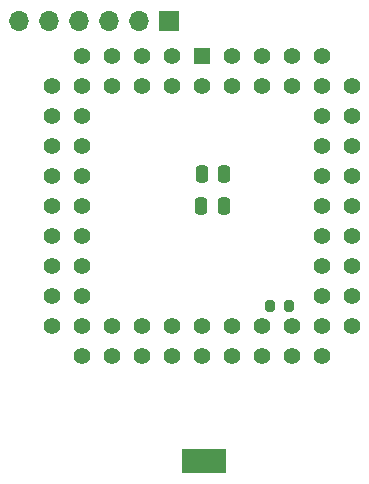
<source format=gbr>
%TF.GenerationSoftware,KiCad,Pcbnew,7.0.7*%
%TF.CreationDate,2025-08-27T15:09:01+01:00*%
%TF.ProjectId,Rosa,526f7361-2e6b-4696-9361-645f70636258,rev?*%
%TF.SameCoordinates,Original*%
%TF.FileFunction,Soldermask,Bot*%
%TF.FilePolarity,Negative*%
%FSLAX46Y46*%
G04 Gerber Fmt 4.6, Leading zero omitted, Abs format (unit mm)*
G04 Created by KiCad (PCBNEW 7.0.7) date 2025-08-27 15:09:01*
%MOMM*%
%LPD*%
G01*
G04 APERTURE LIST*
G04 Aperture macros list*
%AMRoundRect*
0 Rectangle with rounded corners*
0 $1 Rounding radius*
0 $2 $3 $4 $5 $6 $7 $8 $9 X,Y pos of 4 corners*
0 Add a 4 corners polygon primitive as box body*
4,1,4,$2,$3,$4,$5,$6,$7,$8,$9,$2,$3,0*
0 Add four circle primitives for the rounded corners*
1,1,$1+$1,$2,$3*
1,1,$1+$1,$4,$5*
1,1,$1+$1,$6,$7*
1,1,$1+$1,$8,$9*
0 Add four rect primitives between the rounded corners*
20,1,$1+$1,$2,$3,$4,$5,0*
20,1,$1+$1,$4,$5,$6,$7,0*
20,1,$1+$1,$6,$7,$8,$9,0*
20,1,$1+$1,$8,$9,$2,$3,0*%
G04 Aperture macros list end*
%ADD10R,3.800000X2.000000*%
%ADD11O,1.700000X1.700000*%
%ADD12R,1.700000X1.700000*%
%ADD13R,1.422400X1.422400*%
%ADD14C,1.422400*%
%ADD15RoundRect,0.250000X0.250000X0.475000X-0.250000X0.475000X-0.250000X-0.475000X0.250000X-0.475000X0*%
%ADD16RoundRect,0.200000X0.200000X0.275000X-0.200000X0.275000X-0.200000X-0.275000X0.200000X-0.275000X0*%
G04 APERTURE END LIST*
D10*
%TO.C,*%
X20193000Y-41605200D03*
%TD*%
D11*
%TO.C,*%
X4509000Y-4407400D03*
X12129000Y-4407400D03*
X9589000Y-4407400D03*
X7049000Y-4407400D03*
X14669000Y-4407400D03*
D12*
X17209000Y-4407400D03*
%TD*%
D13*
%TO.C,                              Marine*%
X20003000Y-7303000D03*
D14*
X20003000Y-9843000D03*
X17463000Y-7303000D03*
X17463000Y-9843000D03*
X30163000Y-32703000D03*
X27623000Y-30163000D03*
X27623000Y-32703000D03*
X25083000Y-30163000D03*
X14923000Y-32703000D03*
X12383000Y-30163000D03*
X12383000Y-32703000D03*
X9843000Y-30163000D03*
X32703000Y-27623000D03*
X30163000Y-27623000D03*
X32703000Y-25083000D03*
X30163000Y-25083000D03*
X30163000Y-9843000D03*
X30163000Y-7303000D03*
X7303000Y-17463000D03*
X9843000Y-17463000D03*
X9843000Y-20003000D03*
X14923000Y-7303000D03*
X14923000Y-9843000D03*
X12383000Y-7303000D03*
X12383000Y-9843000D03*
X22543000Y-9843000D03*
X25083000Y-9843000D03*
X32703000Y-20003000D03*
X25083000Y-32703000D03*
X22543000Y-30163000D03*
X22543000Y-32703000D03*
X20003000Y-30163000D03*
X9843000Y-32703000D03*
X7303000Y-30163000D03*
X9843000Y-27623000D03*
X7303000Y-27623000D03*
X30163000Y-22543000D03*
X30163000Y-20003000D03*
X30163000Y-17463000D03*
X32703000Y-14923000D03*
X25083000Y-7303000D03*
X32703000Y-30163000D03*
X27623000Y-9843000D03*
X9843000Y-12383000D03*
X7303000Y-14923000D03*
X9843000Y-14923000D03*
X22543000Y-7303000D03*
X27623000Y-7303000D03*
X30163000Y-30163000D03*
X9843000Y-7303000D03*
X7303000Y-9843000D03*
X9843000Y-9843000D03*
X7303000Y-12383000D03*
X20003000Y-32703000D03*
X17463000Y-30163000D03*
X17463000Y-32703000D03*
X14923000Y-30163000D03*
X9843000Y-25083000D03*
X7303000Y-25083000D03*
X9843000Y-22543000D03*
X7303000Y-22543000D03*
X30163000Y-14923000D03*
X32703000Y-12383000D03*
X30163000Y-12383000D03*
X32703000Y-9843000D03*
X7303000Y-20003000D03*
X32703000Y-17463000D03*
X32703000Y-22543000D03*
%TD*%
D15*
%TO.C, *%
X21867400Y-20003000D03*
X19967400Y-20003000D03*
%TD*%
D16*
%TO.C,R2*%
X27393400Y-28473400D03*
X25743400Y-28473400D03*
%TD*%
D15*
%TO.C, *%
X21879600Y-17297400D03*
X19979600Y-17297400D03*
%TD*%
M02*

</source>
